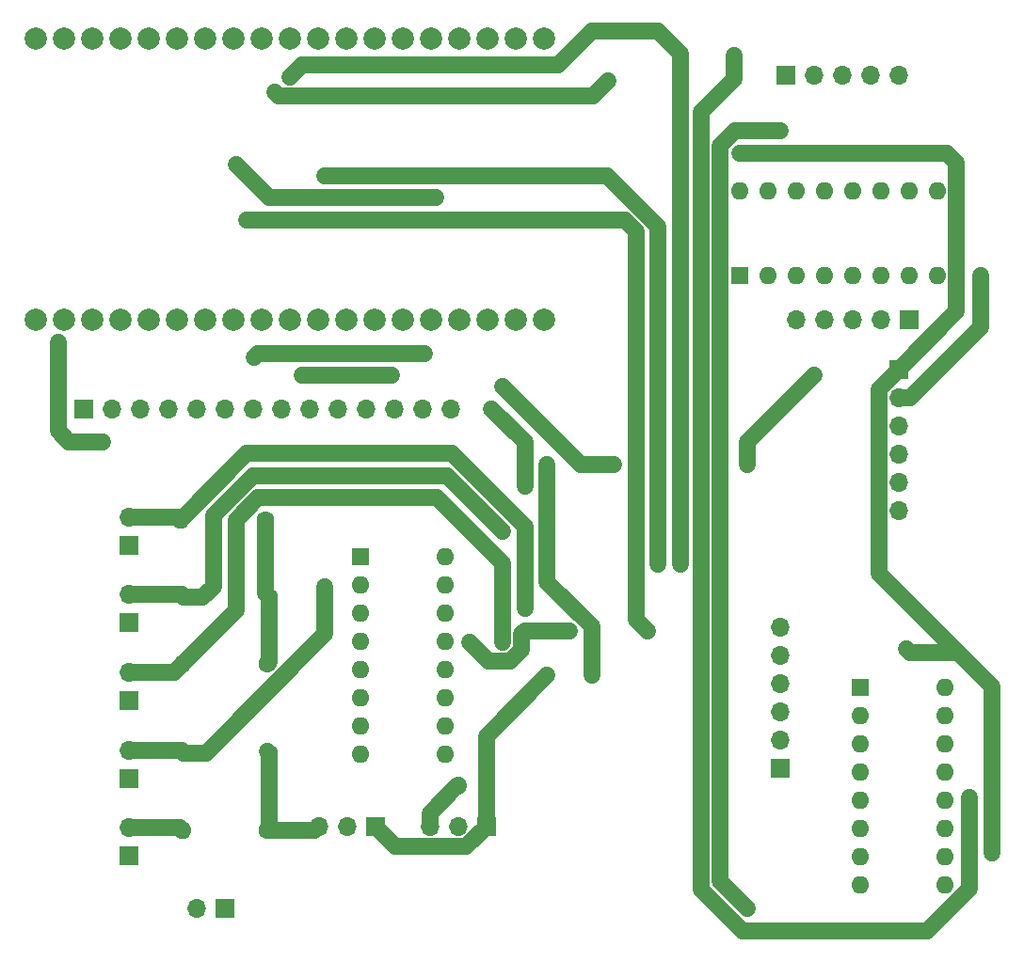
<source format=gbr>
%TF.GenerationSoftware,KiCad,Pcbnew,8.0.3*%
%TF.CreationDate,2025-01-29T18:19:50+01:00*%
%TF.ProjectId,Esp32-card,45737033-322d-4636-9172-642e6b696361,rev?*%
%TF.SameCoordinates,Original*%
%TF.FileFunction,Copper,L1,Top*%
%TF.FilePolarity,Positive*%
%FSLAX46Y46*%
G04 Gerber Fmt 4.6, Leading zero omitted, Abs format (unit mm)*
G04 Created by KiCad (PCBNEW 8.0.3) date 2025-01-29 18:19:50*
%MOMM*%
%LPD*%
G01*
G04 APERTURE LIST*
%TA.AperFunction,ComponentPad*%
%ADD10C,2.000000*%
%TD*%
%TA.AperFunction,ComponentPad*%
%ADD11R,1.600000X1.600000*%
%TD*%
%TA.AperFunction,ComponentPad*%
%ADD12O,1.600000X1.600000*%
%TD*%
%TA.AperFunction,ComponentPad*%
%ADD13R,1.700000X1.700000*%
%TD*%
%TA.AperFunction,ComponentPad*%
%ADD14O,1.700000X1.700000*%
%TD*%
%TA.AperFunction,ComponentPad*%
%ADD15C,1.600000*%
%TD*%
%TA.AperFunction,ViaPad*%
%ADD16C,1.000000*%
%TD*%
%TA.AperFunction,Conductor*%
%ADD17C,1.500000*%
%TD*%
G04 APERTURE END LIST*
D10*
%TO.P,ESP32_WROOM_KIT1,1,3v3*%
%TO.N,3v3*%
X165700000Y-44700000D03*
%TO.P,ESP32_WROOM_KIT1,2,EN*%
%TO.N,unconnected-(ESP32_WROOM_KIT1-EN-Pad2)*%
X163160000Y-44700000D03*
%TO.P,ESP32_WROOM_KIT1,3,GPIO36*%
%TO.N,unconnected-(ESP32_WROOM_KIT1-GPIO36-Pad3)*%
X160620000Y-44700000D03*
%TO.P,ESP32_WROOM_KIT1,4,GPIO39*%
%TO.N,unconnected-(ESP32_WROOM_KIT1-GPIO39-Pad4)*%
X158080000Y-44700000D03*
%TO.P,ESP32_WROOM_KIT1,5,GPIO34*%
%TO.N,unconnected-(ESP32_WROOM_KIT1-GPIO34-Pad5)*%
X155540000Y-44700000D03*
%TO.P,ESP32_WROOM_KIT1,6,GPIO35*%
%TO.N,unconnected-(ESP32_WROOM_KIT1-GPIO35-Pad6)*%
X153000000Y-44700000D03*
%TO.P,ESP32_WROOM_KIT1,7,GPIO32*%
%TO.N,unconnected-(ESP32_WROOM_KIT1-GPIO32-Pad7)*%
X150460000Y-44700000D03*
%TO.P,ESP32_WROOM_KIT1,8,GPIO33*%
%TO.N,Analog_Pin1*%
X147920000Y-44700000D03*
%TO.P,ESP32_WROOM_KIT1,9,GPIO25*%
%TO.N,Data*%
X145380000Y-44700000D03*
%TO.P,ESP32_WROOM_KIT1,10,GPIO26*%
%TO.N,Clock*%
X142840000Y-44700000D03*
%TO.P,ESP32_WROOM_KIT1,11,GPIO27*%
%TO.N,Trig*%
X140300000Y-44700000D03*
%TO.P,ESP32_WROOM_KIT1,12,GPIO14*%
%TO.N,M2_Pin_EN*%
X137760000Y-44700000D03*
%TO.P,ESP32_WROOM_KIT1,13,GPIO12*%
%TO.N,M1_Pin_EN*%
X135220000Y-44700000D03*
%TO.P,ESP32_WROOM_KIT1,14,GND*%
%TO.N,unconnected-(ESP32_WROOM_KIT1-GND-Pad14)*%
X132680000Y-44700000D03*
%TO.P,ESP32_WROOM_KIT1,15,GPIO13*%
%TO.N,unconnected-(ESP32_WROOM_KIT1-GPIO13-Pad15)*%
X130140000Y-44700000D03*
%TO.P,ESP32_WROOM_KIT1,16,GPIO9*%
%TO.N,unconnected-(ESP32_WROOM_KIT1-GPIO9-Pad16)*%
X127600000Y-44700000D03*
%TO.P,ESP32_WROOM_KIT1,17,GPIO10*%
%TO.N,unconnected-(ESP32_WROOM_KIT1-GPIO10-Pad17)*%
X125060000Y-44700000D03*
%TO.P,ESP32_WROOM_KIT1,18,GPIO11*%
%TO.N,unconnected-(ESP32_WROOM_KIT1-GPIO11-Pad18)*%
X122520000Y-44700000D03*
%TO.P,ESP32_WROOM_KIT1,19,5V*%
%TO.N,5v*%
X119980000Y-44700000D03*
%TO.P,ESP32_WROOM_KIT1,20,GND*%
%TO.N,GND*%
X119980000Y-70000000D03*
%TO.P,ESP32_WROOM_KIT1,21,GPIO23*%
%TO.N,Net-(ESP32_WROOM_KIT1-GPIO23)*%
X122520000Y-70000000D03*
%TO.P,ESP32_WROOM_KIT1,22,GPIO22*%
%TO.N,Net-(ESP32_WROOM_KIT1-GPIO22)*%
X125060000Y-70000000D03*
%TO.P,ESP32_WROOM_KIT1,23,GPIO1*%
%TO.N,unconnected-(ESP32_WROOM_KIT1-GPIO1-Pad23)*%
X127600000Y-70000000D03*
%TO.P,ESP32_WROOM_KIT1,24,GPIO3*%
%TO.N,unconnected-(ESP32_WROOM_KIT1-GPIO3-Pad24)*%
X130140000Y-70000000D03*
%TO.P,ESP32_WROOM_KIT1,25,GPIO21*%
%TO.N,unconnected-(ESP32_WROOM_KIT1-GPIO21-Pad25)*%
X132680000Y-70000000D03*
%TO.P,ESP32_WROOM_KIT1,26,GND*%
%TO.N,unconnected-(ESP32_WROOM_KIT1-GND-Pad26)*%
X135220000Y-70000000D03*
%TO.P,ESP32_WROOM_KIT1,27,GPIO19*%
%TO.N,Net-(ESP32_WROOM_KIT1-GPIO19)*%
X137760000Y-70000000D03*
%TO.P,ESP32_WROOM_KIT1,28,GPIO18*%
%TO.N,Net-(ESP32_WROOM_KIT1-GPIO18)*%
X140300000Y-70000000D03*
%TO.P,ESP32_WROOM_KIT1,29,GPIO5*%
%TO.N,Net-(ESP32_WROOM_KIT1-GPIO5)*%
X142840000Y-70000000D03*
%TO.P,ESP32_WROOM_KIT1,30,GPIO17*%
%TO.N,unconnected-(ESP32_WROOM_KIT1-GPIO17-Pad30)*%
X145380000Y-70000000D03*
%TO.P,ESP32_WROOM_KIT1,31,GPIO16*%
%TO.N,unconnected-(ESP32_WROOM_KIT1-GPIO16-Pad31)*%
X147920000Y-70000000D03*
%TO.P,ESP32_WROOM_KIT1,32,GPIO4*%
%TO.N,Net-(ESP32_WROOM_KIT1-GPIO4)*%
X150460000Y-70000000D03*
%TO.P,ESP32_WROOM_KIT1,33,GPIO0*%
%TO.N,unconnected-(ESP32_WROOM_KIT1-GPIO0-Pad33)*%
X153000000Y-70000000D03*
%TO.P,ESP32_WROOM_KIT1,34,GPIO2*%
%TO.N,unconnected-(ESP32_WROOM_KIT1-GPIO2-Pad34)*%
X155540000Y-70000000D03*
%TO.P,ESP32_WROOM_KIT1,35,GPIO15*%
%TO.N,Net-(ESP32_WROOM_KIT1-GPIO15)*%
X158080000Y-70000000D03*
%TO.P,ESP32_WROOM_KIT1,36,GPIO8*%
%TO.N,unconnected-(ESP32_WROOM_KIT1-GPIO8-Pad36)*%
X160620000Y-70000000D03*
%TO.P,ESP32_WROOM_KIT1,37,GPIO7*%
%TO.N,unconnected-(ESP32_WROOM_KIT1-GPIO7-Pad37)*%
X163160000Y-70000000D03*
%TO.P,ESP32_WROOM_KIT1,38,GPIO6*%
%TO.N,unconnected-(ESP32_WROOM_KIT1-GPIO6-Pad38)*%
X165700000Y-70000000D03*
%TD*%
D11*
%TO.P,U4,1,A4*%
%TO.N,Capteur_Hall_1*%
X149200000Y-91300000D03*
D12*
%TO.P,U4,2,A6*%
%TO.N,Capteur_Autre_1*%
X149200000Y-93840000D03*
%TO.P,U4,3,A*%
%TO.N,Analog_Pin1*%
X149200000Y-96380000D03*
%TO.P,U4,4,A7*%
%TO.N,Capteur_Autre_2*%
X149200000Y-98920000D03*
%TO.P,U4,5,A5*%
%TO.N,Capteur_Hall_2*%
X149200000Y-101460000D03*
%TO.P,U4,6,~{E}*%
%TO.N,GND*%
X149200000Y-104000000D03*
%TO.P,U4,7,VEE*%
X149200000Y-106540000D03*
%TO.P,U4,8,GND*%
X149200000Y-109080000D03*
%TO.P,U4,9,S2*%
%TO.N,Net-(U1-QG)*%
X156820000Y-109080000D03*
%TO.P,U4,10,S1*%
%TO.N,Net-(U1-QF)*%
X156820000Y-106540000D03*
%TO.P,U4,11,S0*%
%TO.N,Net-(U1-QE)*%
X156820000Y-104000000D03*
%TO.P,U4,12,A3*%
%TO.N,Capteur_Force_3*%
X156820000Y-101460000D03*
%TO.P,U4,13,A0*%
%TO.N,Net-(J14-Pin_6)*%
X156820000Y-98920000D03*
%TO.P,U4,14,A1*%
%TO.N,Capteur_Force_1*%
X156820000Y-96380000D03*
%TO.P,U4,15,A2*%
%TO.N,Capteur_Force_2*%
X156820000Y-93840000D03*
%TO.P,U4,16,VCC*%
%TO.N,3v3*%
X156820000Y-91300000D03*
%TD*%
D11*
%TO.P,U1,1,QB*%
%TO.N,M1_Pin_Dir2*%
X194200000Y-103125000D03*
D12*
%TO.P,U1,2,QC*%
%TO.N,M2_Pin_Dir1*%
X194200000Y-105665000D03*
%TO.P,U1,3,QD*%
%TO.N,M2_Pin_Dir2*%
X194200000Y-108205000D03*
%TO.P,U1,4,QE*%
%TO.N,Net-(U1-QE)*%
X194200000Y-110745000D03*
%TO.P,U1,5,QF*%
%TO.N,Net-(U1-QF)*%
X194200000Y-113285000D03*
%TO.P,U1,6,QG*%
%TO.N,Net-(U1-QG)*%
X194200000Y-115825000D03*
%TO.P,U1,7,QH*%
%TO.N,unconnected-(U1-QH-Pad7)*%
X194200000Y-118365000D03*
%TO.P,U1,8,GND*%
%TO.N,GND*%
X194200000Y-120905000D03*
%TO.P,U1,9,QH'*%
%TO.N,Net-(U1-QH')*%
X201820000Y-120905000D03*
%TO.P,U1,10,~{SRCLR}*%
%TO.N,3v3*%
X201820000Y-118365000D03*
%TO.P,U1,11,SRCLK*%
%TO.N,Clock*%
X201820000Y-115825000D03*
%TO.P,U1,12,RCLK*%
%TO.N,Trig*%
X201820000Y-113285000D03*
%TO.P,U1,13,~{OE}*%
%TO.N,GND*%
X201820000Y-110745000D03*
%TO.P,U1,14,SER*%
%TO.N,Data*%
X201820000Y-108205000D03*
%TO.P,U1,15,QA*%
%TO.N,M1_Pin_Dir1*%
X201820000Y-105665000D03*
%TO.P,U1,16,VCC*%
%TO.N,3v3*%
X201820000Y-103125000D03*
%TD*%
D13*
%TO.P,J2,1,Pin_1*%
%TO.N,5v*%
X128375000Y-90275000D03*
D14*
%TO.P,J2,2,Pin_2*%
%TO.N,Capteur_Force_1*%
X128375000Y-87735000D03*
%TD*%
D13*
%TO.P,J12,1,Pin_1*%
%TO.N,3v3*%
X187460000Y-48000000D03*
D14*
%TO.P,J12,2,Pin_2*%
%TO.N,GND*%
X190000000Y-48000000D03*
%TO.P,J12,3,Pin_3*%
%TO.N,Trig*%
X192540000Y-48000000D03*
%TO.P,J12,4,Pin_4*%
%TO.N,Clock*%
X195080000Y-48000000D03*
%TO.P,J12,5,Pin_5*%
%TO.N,Net-(J12-Pin_5)*%
X197620000Y-48000000D03*
%TD*%
D13*
%TO.P,J14,1,Pin_1*%
%TO.N,3v3*%
X197625000Y-74460000D03*
D14*
%TO.P,J14,2,Pin_2*%
%TO.N,GND*%
X197625000Y-77000000D03*
%TO.P,J14,3,Pin_3*%
%TO.N,Net-(J14-Pin_3)*%
X197625000Y-79540000D03*
%TO.P,J14,4,Pin_4*%
%TO.N,Net-(J14-Pin_4)*%
X197625000Y-82080000D03*
%TO.P,J14,5,Pin_5*%
%TO.N,Net-(J14-Pin_5)*%
X197625000Y-84620000D03*
%TO.P,J14,6,Pin_6*%
%TO.N,Net-(J14-Pin_6)*%
X197625000Y-87160000D03*
%TD*%
D13*
%TO.P,J13,1,Pin_1*%
%TO.N,5v*%
X128375000Y-118275000D03*
D14*
%TO.P,J13,2,Pin_2*%
%TO.N,Capteur_Autre_2*%
X128375000Y-115735000D03*
%TD*%
D13*
%TO.P,J3,1,Pin_1*%
%TO.N,5v*%
X128375000Y-97275000D03*
D14*
%TO.P,J3,2,Pin_2*%
%TO.N,Capteur_Force_2*%
X128375000Y-94735000D03*
%TD*%
D13*
%TO.P,J11,1,Pin_1*%
%TO.N,5v*%
X128375000Y-111275000D03*
D14*
%TO.P,J11,2,Pin_2*%
%TO.N,Capteur_Autre_1*%
X128375000Y-108735000D03*
%TD*%
D15*
%TO.P,R2,1*%
%TO.N,GND*%
X141000000Y-95000000D03*
D12*
%TO.P,R2,2*%
%TO.N,Capteur_Force_2*%
X133380000Y-95000000D03*
%TD*%
D13*
%TO.P,J8,1,Pin_1*%
%TO.N,M2_Pin_EN*%
X187000000Y-110350000D03*
D14*
%TO.P,J8,2,Pin_2*%
%TO.N,M2_Pin_Dir2*%
X187000000Y-107810000D03*
%TO.P,J8,3,Pin_3*%
%TO.N,M2_Pin_Dir1*%
X187000000Y-105270000D03*
%TO.P,J8,4,Pin_4*%
%TO.N,M1_Pin_Dir2*%
X187000000Y-102730000D03*
%TO.P,J8,5,Pin_5*%
%TO.N,M1_Pin_Dir1*%
X187000000Y-100190000D03*
%TO.P,J8,6,Pin_6*%
%TO.N,M1_Pin_EN*%
X187000000Y-97650000D03*
%TD*%
D15*
%TO.P,R5,1*%
%TO.N,GND*%
X140810000Y-116000000D03*
D12*
%TO.P,R5,2*%
%TO.N,Capteur_Autre_2*%
X133190000Y-116000000D03*
%TD*%
D15*
%TO.P,R3,1*%
%TO.N,GND*%
X140810000Y-101000000D03*
D12*
%TO.P,R3,2*%
%TO.N,Capteur_Force_3*%
X133190000Y-101000000D03*
%TD*%
D13*
%TO.P,J9,1,Pin_1*%
%TO.N,Net-(J9-Pin_1)*%
X198540000Y-70000000D03*
D14*
%TO.P,J9,2,Pin_2*%
%TO.N,Net-(J9-Pin_2)*%
X196000000Y-70000000D03*
%TO.P,J9,3,Pin_3*%
%TO.N,Net-(J9-Pin_3)*%
X193460000Y-70000000D03*
%TO.P,J9,4,Pin_4*%
%TO.N,Net-(J9-Pin_4)*%
X190920000Y-70000000D03*
%TO.P,J9,5,Pin_5*%
%TO.N,Net-(J9-Pin_5)*%
X188380000Y-70000000D03*
%TD*%
D11*
%TO.P,U2,1,QB*%
%TO.N,Net-(J14-Pin_4)*%
X183300000Y-66000000D03*
D12*
%TO.P,U2,2,QC*%
%TO.N,Net-(J14-Pin_3)*%
X185840000Y-66000000D03*
%TO.P,U2,3,QD*%
%TO.N,Net-(J9-Pin_5)*%
X188380000Y-66000000D03*
%TO.P,U2,4,QE*%
%TO.N,Net-(J9-Pin_4)*%
X190920000Y-66000000D03*
%TO.P,U2,5,QF*%
%TO.N,Net-(J9-Pin_3)*%
X193460000Y-66000000D03*
%TO.P,U2,6,QG*%
%TO.N,Net-(J9-Pin_2)*%
X196000000Y-66000000D03*
%TO.P,U2,7,QH*%
%TO.N,Net-(J9-Pin_1)*%
X198540000Y-66000000D03*
%TO.P,U2,8,GND*%
%TO.N,GND*%
X201080000Y-66000000D03*
%TO.P,U2,9,QH'*%
%TO.N,Net-(J12-Pin_5)*%
X201080000Y-58380000D03*
%TO.P,U2,10,~{SRCLR}*%
%TO.N,3v3*%
X198540000Y-58380000D03*
%TO.P,U2,11,SRCLK*%
%TO.N,Clock*%
X196000000Y-58380000D03*
%TO.P,U2,12,RCLK*%
%TO.N,Trig*%
X193460000Y-58380000D03*
%TO.P,U2,13,~{OE}*%
%TO.N,GND*%
X190920000Y-58380000D03*
%TO.P,U2,14,SER*%
%TO.N,Net-(U1-QH')*%
X188380000Y-58380000D03*
%TO.P,U2,15,QA*%
%TO.N,Net-(J14-Pin_5)*%
X185840000Y-58380000D03*
%TO.P,U2,16,VCC*%
%TO.N,3v3*%
X183300000Y-58380000D03*
%TD*%
D13*
%TO.P,J4,1,Pin_1*%
%TO.N,3v3*%
X160525000Y-115625000D03*
D14*
%TO.P,J4,2,Pin_2*%
%TO.N,Capteur_Hall_1*%
X157985000Y-115625000D03*
%TO.P,J4,3,Pin_3*%
%TO.N,GND*%
X155445000Y-115625000D03*
%TD*%
D13*
%TO.P,J6,1,Pin_1*%
%TO.N,GND*%
X137000000Y-123000000D03*
D14*
%TO.P,J6,2,Pin_2*%
%TO.N,5v*%
X134460000Y-123000000D03*
%TD*%
D15*
%TO.P,R1,1*%
%TO.N,GND*%
X140620000Y-88000000D03*
D12*
%TO.P,R1,2*%
%TO.N,Capteur_Force_1*%
X133000000Y-88000000D03*
%TD*%
D15*
%TO.P,R4,1*%
%TO.N,GND*%
X141000000Y-109000000D03*
D12*
%TO.P,R4,2*%
%TO.N,Capteur_Autre_1*%
X133380000Y-109000000D03*
%TD*%
D13*
%TO.P,J10,1,Pin_1*%
%TO.N,5v*%
X128375000Y-104275000D03*
D14*
%TO.P,J10,2,Pin_2*%
%TO.N,Capteur_Force_3*%
X128375000Y-101735000D03*
%TD*%
D13*
%TO.P,J1,1,Pin_1*%
%TO.N,unconnected-(J1-Pin_1-Pad1)*%
X124300000Y-78000000D03*
D14*
%TO.P,J1,2,Pin_2*%
%TO.N,unconnected-(J1-Pin_2-Pad2)*%
X126840000Y-78000000D03*
%TO.P,J1,3,Pin_3*%
%TO.N,unconnected-(J1-Pin_3-Pad3)*%
X129380000Y-78000000D03*
%TO.P,J1,4,Pin_4*%
%TO.N,unconnected-(J1-Pin_4-Pad4)*%
X131920000Y-78000000D03*
%TO.P,J1,5,Pin_5*%
%TO.N,unconnected-(J1-Pin_5-Pad5)*%
X134460000Y-78000000D03*
%TO.P,J1,6,Pin_6*%
%TO.N,Net-(ESP32_WROOM_KIT1-GPIO19)*%
X137000000Y-78000000D03*
%TO.P,J1,7,Pin_7*%
%TO.N,Net-(ESP32_WROOM_KIT1-GPIO15)*%
X139540000Y-78000000D03*
%TO.P,J1,8,Pin_8*%
%TO.N,Net-(ESP32_WROOM_KIT1-GPIO18)*%
X142080000Y-78000000D03*
%TO.P,J1,9,Pin_9*%
%TO.N,Net-(ESP32_WROOM_KIT1-GPIO23)*%
X144620000Y-78000000D03*
%TO.P,J1,10,Pin_10*%
%TO.N,Net-(ESP32_WROOM_KIT1-GPIO4)*%
X147160000Y-78000000D03*
%TO.P,J1,11,Pin_11*%
%TO.N,Net-(ESP32_WROOM_KIT1-GPIO22)*%
X149700000Y-78000000D03*
%TO.P,J1,12,Pin_12*%
%TO.N,Net-(ESP32_WROOM_KIT1-GPIO5)*%
X152240000Y-78000000D03*
%TO.P,J1,13,Pin_13*%
%TO.N,GND*%
X154780000Y-78000000D03*
%TO.P,J1,14,Pin_14*%
%TO.N,3v3*%
X157320000Y-78000000D03*
%TD*%
D13*
%TO.P,J5,1,Pin_1*%
%TO.N,3v3*%
X150525000Y-115625000D03*
D14*
%TO.P,J5,2,Pin_2*%
%TO.N,Capteur_Hall_2*%
X147985000Y-115625000D03*
%TO.P,J5,3,Pin_3*%
%TO.N,GND*%
X145445000Y-115625000D03*
%TD*%
D16*
%TO.N,Data*%
X146000000Y-57000000D03*
X176000000Y-92000000D03*
%TO.N,Trig*%
X141500000Y-49500000D03*
X171500000Y-48500000D03*
X182800000Y-46200000D03*
X204000000Y-113000000D03*
%TO.N,Clock*%
X176000000Y-44000000D03*
X142840000Y-48160000D03*
X178000000Y-92000000D03*
%TO.N,3v3*%
X164000000Y-85000000D03*
X161000000Y-78000000D03*
X198347500Y-99652500D03*
X198000000Y-55000000D03*
X166000000Y-102000000D03*
X206000000Y-118000000D03*
X183300000Y-55000000D03*
%TO.N,GND*%
X205000000Y-66000000D03*
X172000000Y-83000000D03*
X158000000Y-112000000D03*
X184000000Y-83000000D03*
X162000000Y-76000000D03*
X190000000Y-75000000D03*
%TO.N,M1_Pin_EN*%
X139000000Y-61000000D03*
X175000000Y-98000000D03*
%TO.N,Net-(U1-QH')*%
X187000000Y-53000000D03*
X184000000Y-123000000D03*
%TO.N,M2_Pin_EN*%
X156000000Y-59000000D03*
X138000000Y-56000000D03*
X170000000Y-102000000D03*
X166000000Y-83000000D03*
%TO.N,Capteur_Force_1*%
X164000000Y-96000000D03*
%TO.N,Capteur_Force_2*%
X162000000Y-89000000D03*
%TO.N,Capteur_Force_3*%
X162000000Y-99000000D03*
%TO.N,Capteur_Autre_1*%
X146000000Y-94000000D03*
%TO.N,Net-(J14-Pin_6)*%
X168000000Y-98000000D03*
X159000000Y-99000000D03*
%TO.N,Net-(ESP32_WROOM_KIT1-GPIO23)*%
X122000000Y-72000000D03*
X126000000Y-81000000D03*
%TO.N,Net-(ESP32_WROOM_KIT1-GPIO15)*%
X139640000Y-73360000D03*
X155000000Y-73000000D03*
%TO.N,Net-(ESP32_WROOM_KIT1-GPIO5)*%
X152000000Y-75000000D03*
X144000000Y-75000000D03*
%TD*%
D17*
%TO.N,Data*%
X176000000Y-61595836D02*
X171404164Y-57000000D01*
X171404164Y-57000000D02*
X146000000Y-57000000D01*
X176000000Y-92000000D02*
X176000000Y-61595836D01*
%TO.N,Trig*%
X204000000Y-121199874D02*
X204000000Y-113000000D01*
X182800000Y-46200000D02*
X182800000Y-48350000D01*
X183595836Y-125000000D02*
X200199874Y-125000000D01*
X182800000Y-48350000D02*
X179850000Y-51300000D01*
X179850000Y-121254164D02*
X183595836Y-125000000D01*
X170140000Y-49860000D02*
X141860000Y-49860000D01*
X179850000Y-51300000D02*
X179850000Y-121254164D01*
X171500000Y-48500000D02*
X170140000Y-49860000D01*
X200199874Y-125000000D02*
X204000000Y-121199874D01*
X141860000Y-49860000D02*
X141500000Y-49500000D01*
%TO.N,Clock*%
X144000000Y-47000000D02*
X142840000Y-48160000D01*
X167000000Y-47000000D02*
X144000000Y-47000000D01*
X178000000Y-46000000D02*
X176000000Y-44000000D01*
X178000000Y-92000000D02*
X178000000Y-46000000D01*
X176000000Y-44000000D02*
X170000000Y-44000000D01*
X170000000Y-44000000D02*
X167000000Y-47000000D01*
%TO.N,3v3*%
X197619415Y-74460000D02*
X197625000Y-74460000D01*
X206000000Y-103000000D02*
X206000000Y-118000000D01*
X164000000Y-85000000D02*
X164000000Y-81000000D01*
X202830000Y-55830000D02*
X202000000Y-55000000D01*
X198000000Y-55000000D02*
X183300000Y-55000000D01*
X204000000Y-101000000D02*
X206000000Y-103000000D01*
X198347500Y-99652500D02*
X198695000Y-100000000D01*
X202000000Y-55000000D02*
X198000000Y-55000000D01*
X160525000Y-115625000D02*
X160525000Y-115630585D01*
X197625000Y-74460000D02*
X202830000Y-69255000D01*
X204000000Y-101000000D02*
X195825000Y-92825000D01*
X166000000Y-102000000D02*
X160525000Y-107475000D01*
X195825000Y-92825000D02*
X195825000Y-76254415D01*
X203000000Y-100000000D02*
X204000000Y-101000000D01*
X202830000Y-69255000D02*
X202830000Y-55830000D01*
X198695000Y-100000000D02*
X203000000Y-100000000D01*
X152325000Y-117425000D02*
X150525000Y-115625000D01*
X160525000Y-115630585D02*
X158730585Y-117425000D01*
X160525000Y-107475000D02*
X160525000Y-115625000D01*
X164000000Y-81000000D02*
X161000000Y-78000000D01*
X195825000Y-76254415D02*
X197619415Y-74460000D01*
X158730585Y-117425000D02*
X152325000Y-117425000D01*
%TO.N,GND*%
X197625000Y-77000000D02*
X198685000Y-77000000D01*
X205000000Y-70685000D02*
X205000000Y-66000000D01*
X140810000Y-116000000D02*
X145070000Y-116000000D01*
X141000000Y-100810000D02*
X140810000Y-101000000D01*
X169000000Y-83000000D02*
X162000000Y-76000000D01*
X145070000Y-116000000D02*
X145445000Y-115625000D01*
X158000000Y-111867919D02*
X157867919Y-112000000D01*
X190000000Y-75000000D02*
X184000000Y-81000000D01*
X184000000Y-81000000D02*
X184000000Y-83000000D01*
X198685000Y-77000000D02*
X205000000Y-70685000D01*
X140620000Y-88000000D02*
X140620000Y-94620000D01*
X141000000Y-115810000D02*
X140810000Y-116000000D01*
X140620000Y-94620000D02*
X141000000Y-95000000D01*
X155445000Y-115625000D02*
X155445000Y-114422919D01*
X141000000Y-95000000D02*
X141000000Y-100810000D01*
X155445000Y-114422919D02*
X157867919Y-112000000D01*
X140810000Y-108810000D02*
X141000000Y-109000000D01*
X172000000Y-83000000D02*
X169000000Y-83000000D01*
X157867919Y-112000000D02*
X158000000Y-112000000D01*
X158000000Y-112000000D02*
X158000000Y-111867919D01*
X141000000Y-109000000D02*
X141000000Y-115810000D01*
%TO.N,M1_Pin_EN*%
X173000000Y-61000000D02*
X139000000Y-61000000D01*
X175000000Y-98000000D02*
X174000000Y-97000000D01*
X174000000Y-62000000D02*
X173000000Y-61000000D01*
X174000000Y-97000000D02*
X174000000Y-62000000D01*
%TO.N,Net-(U1-QH')*%
X181550000Y-54345837D02*
X181550000Y-120550000D01*
X182895837Y-53000000D02*
X181550000Y-54345837D01*
X187000000Y-53000000D02*
X182895837Y-53000000D01*
X181550000Y-120550000D02*
X184000000Y-123000000D01*
%TO.N,M2_Pin_EN*%
X170000000Y-97595837D02*
X170000000Y-102000000D01*
X141000000Y-59000000D02*
X138000000Y-56000000D01*
X166000000Y-93595837D02*
X170000000Y-97595837D01*
X156000000Y-59000000D02*
X141000000Y-59000000D01*
X166000000Y-83000000D02*
X166000000Y-93595837D01*
%TO.N,Capteur_Force_1*%
X157404164Y-82000000D02*
X164000000Y-88595836D01*
X139000000Y-82000000D02*
X156000000Y-82000000D01*
X164000000Y-88595836D02*
X164000000Y-96000000D01*
X132735000Y-87735000D02*
X133000000Y-88000000D01*
X156000000Y-82000000D02*
X157404164Y-82000000D01*
X133000000Y-88000000D02*
X139000000Y-82000000D01*
X128375000Y-87735000D02*
X132735000Y-87735000D01*
%TO.N,Capteur_Force_2*%
X157000000Y-84000000D02*
X162000000Y-89000000D01*
X128375000Y-94735000D02*
X133115000Y-94735000D01*
X133115000Y-94735000D02*
X133380000Y-95000000D01*
X135000000Y-95000000D02*
X136000000Y-94000000D01*
X136000000Y-87595836D02*
X139595836Y-84000000D01*
X133380000Y-95000000D02*
X135000000Y-95000000D01*
X136000000Y-94000000D02*
X136000000Y-88000000D01*
X136000000Y-88000000D02*
X136000000Y-87595836D01*
X139595836Y-84000000D02*
X156000000Y-84000000D01*
X156000000Y-84000000D02*
X157000000Y-84000000D01*
%TO.N,Capteur_Force_3*%
X138000000Y-88000000D02*
X140000000Y-86000000D01*
X133190000Y-101000000D02*
X138000000Y-96190000D01*
X140000000Y-86000000D02*
X156050610Y-86000000D01*
X138000000Y-96190000D02*
X138000000Y-88000000D01*
X128375000Y-101735000D02*
X132455000Y-101735000D01*
X156050610Y-86000000D02*
X162000000Y-91949390D01*
X162000000Y-91949390D02*
X162000000Y-99000000D01*
X132455000Y-101735000D02*
X133190000Y-101000000D01*
%TO.N,Capteur_Autre_1*%
X135284874Y-109000000D02*
X146000000Y-98284874D01*
X133380000Y-109000000D02*
X135284874Y-109000000D01*
X146000000Y-98284874D02*
X146000000Y-94000000D01*
X133115000Y-108735000D02*
X133380000Y-109000000D01*
X128375000Y-108735000D02*
X133115000Y-108735000D01*
%TO.N,Capteur_Autre_2*%
X132925000Y-115735000D02*
X133190000Y-116000000D01*
X128375000Y-115735000D02*
X132925000Y-115735000D01*
%TO.N,Net-(J14-Pin_6)*%
X160700000Y-100700000D02*
X162704163Y-100700000D01*
X159000000Y-99000000D02*
X160700000Y-100700000D01*
X163700000Y-99704163D02*
X163700000Y-98300000D01*
X162704163Y-100700000D02*
X163700000Y-99704163D01*
X164000000Y-98000000D02*
X168000000Y-98000000D01*
X163700000Y-98300000D02*
X164000000Y-98000000D01*
%TO.N,Net-(ESP32_WROOM_KIT1-GPIO23)*%
X122000000Y-72000000D02*
X122000000Y-80000000D01*
X123000000Y-81000000D02*
X126000000Y-81000000D01*
X122000000Y-80000000D02*
X123000000Y-81000000D01*
%TO.N,Net-(ESP32_WROOM_KIT1-GPIO15)*%
X140000000Y-73000000D02*
X139640000Y-73360000D01*
X155000000Y-73000000D02*
X140000000Y-73000000D01*
%TO.N,Net-(ESP32_WROOM_KIT1-GPIO5)*%
X152000000Y-75000000D02*
X144000000Y-75000000D01*
%TD*%
M02*

</source>
